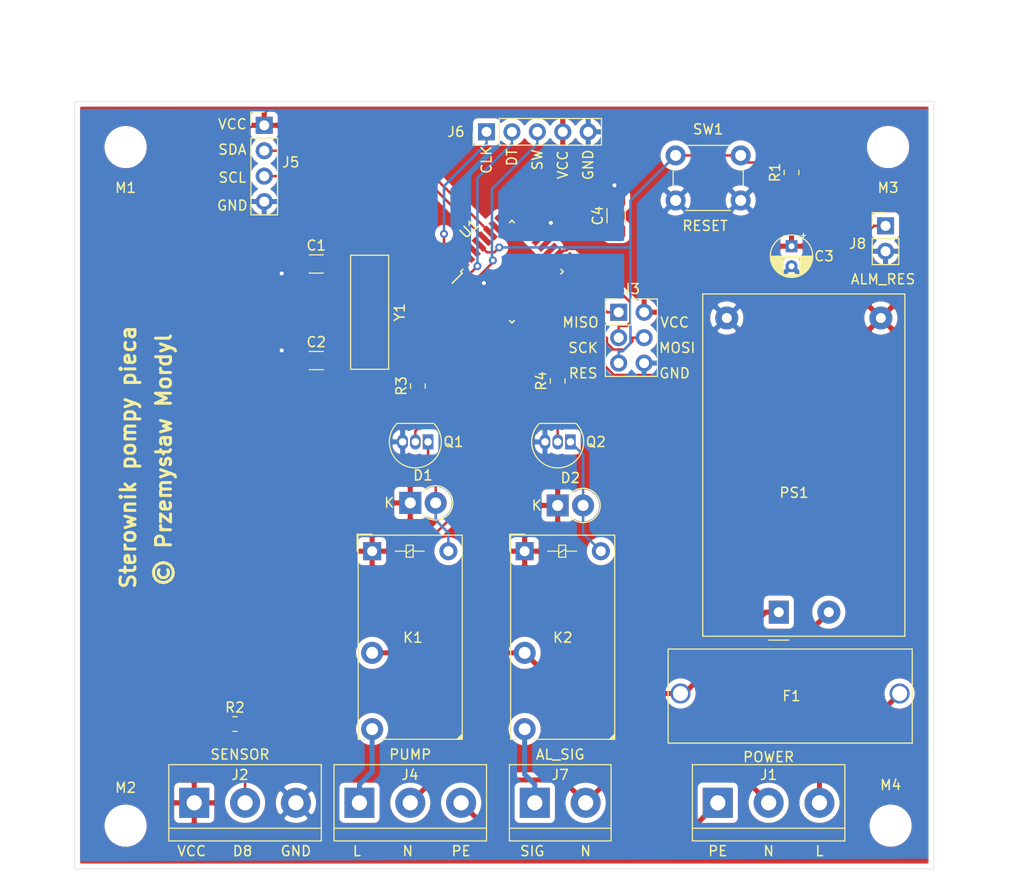
<source format=kicad_pcb>
(kicad_pcb (version 20171130) (host pcbnew "(5.1.9)-1")
  (layers (0 F.Cu signal) (31 B.Cu signal) (34 B.Paste user) (35 F.Paste user) (36 B.SilkS user) (37 F.SilkS user) (38 B.Mask user) (39 F.Mask user) (44 Edge.Cuts user))
  (net 0 "")
  (net 1 D2)
  (net 2 TXD)
  (net 3 RXD)
  (net 4 RESET)
  (net 5 A5)
  (net 6 A4)
  (net 7 A3)
  (net 8 A2)
  (net 9 A1)
  (net 10 A0)
  (net 11 "Net-(U1-Pad22)")
  (net 12 "Net-(U1-Pad19)")
  (net 13 D13\SCK)
  (net 14 D12\MISO)
  (net 15 D11\MOSI)
  (net 16 D10)
  (net 17 D9)
  (net 18 D8)
  (net 19 D7)
  (net 20 D6)
  (net 21 D5)
  (net 22 "Net-(C2-Pad2)")
  (net 23 "Net-(C1-Pad2)")
  (net 24 D4)
  (net 25 D3)
  (net 26 GND)
  (net 27 VCC)
  (net 28 /L)
  (net 29 "Net-(F1-Pad1)")
  (net 30 /N)
  (net 31 /PE)
  (net 32 "Net-(J4-Pad1)")
  (net 33 "Net-(J7-Pad1)")
  (net 34 "Net-(Q1-Pad2)")
  (net 35 "Net-(Q2-Pad2)")
  (net 36 "Net-(D1-Pad2)")
  (net 37 "Net-(D2-Pad2)")
  (net 38 "Net-(C4-Pad1)")
  (module Diode_THT:D_DO-41_SOD81_P2.54mm_Vertical_KathodeUp (layer F.Cu) (at 94.742 123.698)
    (fp_text reference D2 (at 1.27 -2.750635) (layer F.SilkS))
    (fp_text value 1N4007)
    (fp_text user K (at -2.1 0) (layer F.SilkS))
    (pad 2 thru_hole oval (at 2.54 0) (size 2.2 2.2) (drill 1.1) (layers *.Cu *.Mask) (net 37 "Net-(D2-Pad2)"))
    (pad 1 thru_hole rect (at 0 0) (size 2.2 2.2) (drill 1.1) (layers *.Cu *.Mask) (net 27 VCC))
  )
  (module Diode_THT:D_DO-41_SOD81_P2.54mm_Vertical_KathodeUp (layer F.Cu) (at 80.01 123.444)
    (fp_text reference D1 (at 1.27 -2.750635) (layer F.SilkS))
    (fp_text value 1N4007)
    (fp_text user K (at -2.1 0) (layer F.SilkS))
    (pad 2 thru_hole oval (at 2.54 0) (size 2.2 2.2) (drill 1.1) (layers *.Cu *.Mask) (net 36 "Net-(D1-Pad2)"))
    (pad 1 thru_hole rect (at 0 0) (size 2.2 2.2) (drill 1.1) (layers *.Cu *.Mask) (net 27 VCC))
  )
  (module Resistor_SMD:R_0805_2012Metric_Pad1.20x1.40mm_HandSolder (layer F.Cu) (at 94.742 111.252 90)
    (fp_text reference R4 (at 0 -1.65 90) (layer F.SilkS))
    (fp_text value 4,7K)
    (pad 2 smd roundrect (at 1 0 90) (size 1.2 1.4) (layers F.Cu F.Paste F.Mask) (roundrect_rratio 0.2083325) (net 17 D9))
    (pad 1 smd roundrect (at -1 0 90) (size 1.2 1.4) (layers F.Cu F.Paste F.Mask) (roundrect_rratio 0.2083325) (net 35 "Net-(Q2-Pad2)"))
  )
  (module Resistor_SMD:R_0805_2012Metric_Pad1.20x1.40mm_HandSolder (layer F.Cu) (at 80.772 111.76 90)
    (fp_text reference R3 (at 0 -1.65 90) (layer F.SilkS))
    (fp_text value 4,7K)
    (pad 2 smd roundrect (at 1 0 90) (size 1.2 1.4) (layers F.Cu F.Paste F.Mask) (roundrect_rratio 0.2083325) (net 19 D7))
    (pad 1 smd roundrect (at -1 0 90) (size 1.2 1.4) (layers F.Cu F.Paste F.Mask) (roundrect_rratio 0.2083325) (net 34 "Net-(Q1-Pad2)"))
  )
  (module Resistor_SMD:R_0805_2012Metric_Pad1.20x1.40mm_HandSolder (layer F.Cu) (at 62.484 145.542)
    (fp_text reference R2 (at 0 -1.65) (layer F.SilkS))
    (fp_text value 4,7K)
    (pad 2 smd roundrect (at 1 0) (size 1.2 1.4) (layers F.Cu F.Paste F.Mask) (roundrect_rratio 0.2083325) (net 18 D8))
    (pad 1 smd roundrect (at -1 0) (size 1.2 1.4) (layers F.Cu F.Paste F.Mask) (roundrect_rratio 0.2083325) (net 27 VCC))
  )
  (module Resistor_SMD:R_0805_2012Metric_Pad1.20x1.40mm_HandSolder (layer F.Cu) (at 118.11 90.424 90)
    (fp_text reference R1 (at 0 -1.65 90) (layer F.SilkS))
    (fp_text value 10K)
    (pad 2 smd roundrect (at 1 0 90) (size 1.2 1.4) (layers F.Cu F.Paste F.Mask) (roundrect_rratio 0.2083325) (net 4 RESET))
    (pad 1 smd roundrect (at -1 0 90) (size 1.2 1.4) (layers F.Cu F.Paste F.Mask) (roundrect_rratio 0.2083325) (net 27 VCC))
  )
  (module Connector_PinHeader_2.54mm:PinHeader_1x02_P2.54mm_Vertical (layer F.Cu) (at 127.508 95.758)
    (fp_text reference J8 (at -2.794 1.778) (layer F.SilkS))
    (fp_text value "Złącze kasowania alarmu")
    (pad 2 thru_hole oval (at 0 2.54) (size 1.7 1.7) (drill 1) (layers *.Cu *.Mask) (net 26 GND))
    (pad 1 thru_hole rect (at 0 0) (size 1.7 1.7) (drill 1) (layers *.Cu *.Mask) (net 16 D10))
  )
  (module Capacitor_SMD:C_1206_3216Metric_Pad1.33x1.80mm_HandSolder (layer F.Cu) (at 100.584 94.742 90)
    (fp_text reference C4 (at 0 -1.85 90) (layer F.SilkS))
    (fp_text value 100nF)
    (pad 2 smd roundrect (at 1.5625 0 90) (size 1.325 1.8) (layers F.Cu F.Paste F.Mask) (roundrect_rratio 0.1886784905660377) (net 26 GND))
    (pad 1 smd roundrect (at -1.5625 0 90) (size 1.325 1.8) (layers F.Cu F.Paste F.Mask) (roundrect_rratio 0.1886784905660377) (net 38 "Net-(C4-Pad1)"))
  )
  (module Capacitor_SMD:C_1206_3216Metric_Pad1.33x1.80mm_HandSolder (layer F.Cu) (at 70.612 109.22)
    (fp_text reference C2 (at 0 -1.85) (layer F.SilkS))
    (fp_text value C)
    (pad 2 smd roundrect (at 1.5625 0) (size 1.325 1.8) (layers F.Cu F.Paste F.Mask) (roundrect_rratio 0.1886784905660377) (net 22 "Net-(C2-Pad2)"))
    (pad 1 smd roundrect (at -1.5625 0) (size 1.325 1.8) (layers F.Cu F.Paste F.Mask) (roundrect_rratio 0.1886784905660377) (net 26 GND))
  )
  (module Capacitor_SMD:C_1206_3216Metric_Pad1.33x1.80mm_HandSolder (layer F.Cu) (at 70.612 99.568)
    (fp_text reference C1 (at 0 -1.85) (layer F.SilkS))
    (fp_text value C)
    (pad 2 smd roundrect (at 1.5625 0) (size 1.325 1.8) (layers F.Cu F.Paste F.Mask) (roundrect_rratio 0.1886784905660377) (net 23 "Net-(C1-Pad2)"))
    (pad 1 smd roundrect (at -1.5625 0) (size 1.325 1.8) (layers F.Cu F.Paste F.Mask) (roundrect_rratio 0.1886784905660377) (net 26 GND))
  )
  (module Footy:Crystal_16MHz_SMD (layer F.Cu) (at 75.946 104.394 270)
    (fp_text reference Y1 (at 0 -3 90) (layer F.SilkS))
    (fp_text value Crystal)
    (pad 2 smd rect (at 4.75 0 270) (size 5.5 2) (layers F.Cu F.Paste F.Mask) (net 22 "Net-(C2-Pad2)"))
    (pad 1 smd rect (at -4.75 0 270) (size 5.5 2) (layers F.Cu F.Paste F.Mask) (net 23 "Net-(C1-Pad2)"))
  )
  (module MountingHole:MountingHole_3.2mm_M3_DIN965 (layer F.Cu) (at 128.016 155.702)
    (fp_text reference M4 (at 0 -4.064) (layer F.SilkS))
    (fp_text value MountingHole_3.2mm_M3_DIN965 hide)
    (pad 1 np_thru_hole circle (at 0 0) (size 3.2 3.2) (drill 3.2) (layers *.Cu *.Mask))
  )
  (module MountingHole:MountingHole_3.2mm_M3_DIN965 (layer F.Cu) (at 127.762 87.884 180)
    (fp_text reference M3 (at 0 -4.064) (layer F.SilkS))
    (fp_text value MountingHole_3.2mm_M3_DIN965 hide)
    (pad 1 np_thru_hole circle (at 0 0 180) (size 3.2 3.2) (drill 3.2) (layers *.Cu *.Mask))
  )
  (module MountingHole:MountingHole_3.2mm_M3_DIN965 (layer F.Cu) (at 51.562 87.884 180)
    (fp_text reference M1 (at 0 -4.064) (layer F.SilkS))
    (fp_text value MountingHole_3.2mm_M3_DIN965)
    (pad 1 np_thru_hole circle (at 0 0 180) (size 3.2 3.2) (drill 3.2) (layers *.Cu *.Mask))
  )
  (module MountingHole:MountingHole_3.2mm_M3_DIN965 (layer F.Cu) (at 51.562 155.702)
    (fp_text reference M2 (at 0 -3.8) (layer F.SilkS))
    (fp_text value MountingHole_3.2mm_M3_DIN965)
    (pad 1 np_thru_hole circle (at 0 0) (size 3.2 3.2) (drill 3.2) (layers *.Cu *.Mask))
  )
  (module Package_QFP:TQFP-32_7x7mm_P0.8mm (layer F.Cu) (at 90.17 100.33 45)
    (fp_text reference U1 (at 0 -6.05 45) (layer F.SilkS))
    (fp_text value ATmega328P-AU)
    (pad 32 smd rect (at -2.8 -4.25 135) (size 1.6 0.55) (layers F.Cu F.Paste F.Mask) (net 1 D2))
    (pad 31 smd rect (at -2 -4.25 135) (size 1.6 0.55) (layers F.Cu F.Paste F.Mask) (net 2 TXD))
    (pad 30 smd rect (at -1.2 -4.25 135) (size 1.6 0.55) (layers F.Cu F.Paste F.Mask) (net 3 RXD))
    (pad 29 smd rect (at -0.4 -4.25 135) (size 1.6 0.55) (layers F.Cu F.Paste F.Mask) (net 4 RESET))
    (pad 28 smd rect (at 0.4 -4.25 135) (size 1.6 0.55) (layers F.Cu F.Paste F.Mask) (net 5 A5))
    (pad 27 smd rect (at 1.2 -4.25 135) (size 1.6 0.55) (layers F.Cu F.Paste F.Mask) (net 6 A4))
    (pad 26 smd rect (at 2 -4.25 135) (size 1.6 0.55) (layers F.Cu F.Paste F.Mask) (net 7 A3))
    (pad 25 smd rect (at 2.8 -4.25 135) (size 1.6 0.55) (layers F.Cu F.Paste F.Mask) (net 8 A2))
    (pad 24 smd rect (at 4.25 -2.8 45) (size 1.6 0.55) (layers F.Cu F.Paste F.Mask) (net 9 A1))
    (pad 23 smd rect (at 4.25 -2 45) (size 1.6 0.55) (layers F.Cu F.Paste F.Mask) (net 10 A0))
    (pad 22 smd rect (at 4.25 -1.2 45) (size 1.6 0.55) (layers F.Cu F.Paste F.Mask) (net 11 "Net-(U1-Pad22)"))
    (pad 21 smd rect (at 4.25 -0.4 45) (size 1.6 0.55) (layers F.Cu F.Paste F.Mask) (net 26 GND))
    (pad 20 smd rect (at 4.25 0.4 45) (size 1.6 0.55) (layers F.Cu F.Paste F.Mask) (net 38 "Net-(C4-Pad1)"))
    (pad 19 smd rect (at 4.25 1.2 45) (size 1.6 0.55) (layers F.Cu F.Paste F.Mask) (net 12 "Net-(U1-Pad19)"))
    (pad 18 smd rect (at 4.25 2 45) (size 1.6 0.55) (layers F.Cu F.Paste F.Mask) (net 27 VCC))
    (pad 17 smd rect (at 4.25 2.8 45) (size 1.6 0.55) (layers F.Cu F.Paste F.Mask) (net 13 D13\SCK))
    (pad 16 smd rect (at 2.8 4.25 135) (size 1.6 0.55) (layers F.Cu F.Paste F.Mask) (net 14 D12\MISO))
    (pad 15 smd rect (at 2 4.25 135) (size 1.6 0.55) (layers F.Cu F.Paste F.Mask) (net 15 D11\MOSI))
    (pad 14 smd rect (at 1.2 4.25 135) (size 1.6 0.55) (layers F.Cu F.Paste F.Mask) (net 16 D10))
    (pad 13 smd rect (at 0.4 4.25 135) (size 1.6 0.55) (layers F.Cu F.Paste F.Mask) (net 17 D9))
    (pad 12 smd rect (at -0.4 4.25 135) (size 1.6 0.55) (layers F.Cu F.Paste F.Mask) (net 18 D8))
    (pad 11 smd rect (at -1.2 4.25 135) (size 1.6 0.55) (layers F.Cu F.Paste F.Mask) (net 19 D7))
    (pad 10 smd rect (at -2 4.25 135) (size 1.6 0.55) (layers F.Cu F.Paste F.Mask) (net 20 D6))
    (pad 9 smd rect (at -2.8 4.25 135) (size 1.6 0.55) (layers F.Cu F.Paste F.Mask) (net 21 D5))
    (pad 8 smd rect (at -4.25 2.8 45) (size 1.6 0.55) (layers F.Cu F.Paste F.Mask) (net 22 "Net-(C2-Pad2)"))
    (pad 7 smd rect (at -4.25 2 45) (size 1.6 0.55) (layers F.Cu F.Paste F.Mask) (net 23 "Net-(C1-Pad2)"))
    (pad 6 smd rect (at -4.25 1.2 45) (size 1.6 0.55) (layers F.Cu F.Paste F.Mask) (net 27 VCC))
    (pad 5 smd rect (at -4.25 0.4 45) (size 1.6 0.55) (layers F.Cu F.Paste F.Mask) (net 26 GND))
    (pad 4 smd rect (at -4.25 -0.4 45) (size 1.6 0.55) (layers F.Cu F.Paste F.Mask) (net 27 VCC))
    (pad 3 smd rect (at -4.25 -1.2 45) (size 1.6 0.55) (layers F.Cu F.Paste F.Mask) (net 26 GND))
    (pad 2 smd rect (at -4.25 -2 45) (size 1.6 0.55) (layers F.Cu F.Paste F.Mask) (net 24 D4))
    (pad 1 smd rect (at -4.25 -2.8 45) (size 1.6 0.55) (layers F.Cu F.Paste F.Mask) (net 25 D3))
  )
  (module Button_Switch_THT:SW_PUSH_6mm (layer F.Cu) (at 113.03 93.218 180)
    (fp_text reference SW1 (at 3.25 7.112) (layer F.SilkS))
    (fp_text value SW_Push hide)
    (pad 1 thru_hole circle (at 6.5 0 270) (size 2 2) (drill 1.1) (layers *.Cu *.Mask) (net 26 GND))
    (pad 2 thru_hole circle (at 6.5 4.5 270) (size 2 2) (drill 1.1) (layers *.Cu *.Mask) (net 4 RESET))
    (pad 1 thru_hole circle (at 0 0 270) (size 2 2) (drill 1.1) (layers *.Cu *.Mask) (net 26 GND))
    (pad 2 thru_hole circle (at 0 4.5 270) (size 2 2) (drill 1.1) (layers *.Cu *.Mask) (net 4 RESET))
  )
  (module Package_TO_SOT_THT:TO-92_Inline (layer F.Cu) (at 96.012 117.348 180)
    (fp_text reference Q2 (at -2.54 0) (layer F.SilkS))
    (fp_text value BC182)
    (pad 1 thru_hole rect (at 0 0 180) (size 1.05 1.5) (drill 0.75) (layers *.Cu *.Mask) (net 37 "Net-(D2-Pad2)"))
    (pad 3 thru_hole oval (at 2.54 0 180) (size 1.05 1.5) (drill 0.75) (layers *.Cu *.Mask) (net 26 GND))
    (pad 2 thru_hole oval (at 1.27 0 180) (size 1.05 1.5) (drill 0.75) (layers *.Cu *.Mask) (net 35 "Net-(Q2-Pad2)"))
  )
  (module Package_TO_SOT_THT:TO-92_Inline (layer F.Cu) (at 81.788 117.348 180)
    (fp_text reference Q1 (at -2.54 0 180) (layer F.SilkS))
    (fp_text value BC182)
    (pad 1 thru_hole rect (at 0 0 180) (size 1.05 1.5) (drill 0.75) (layers *.Cu *.Mask) (net 36 "Net-(D1-Pad2)"))
    (pad 3 thru_hole oval (at 2.54 0 180) (size 1.05 1.5) (drill 0.75) (layers *.Cu *.Mask) (net 26 GND))
    (pad 2 thru_hole oval (at 1.27 0 180) (size 1.05 1.5) (drill 0.75) (layers *.Cu *.Mask) (net 34 "Net-(Q1-Pad2)"))
  )
  (module Converter_ACDC:Converter_ACDC_HiLink_HLK-PMxx (layer F.Cu) (at 116.84 134.366 90)
    (fp_text reference PS1 (at 11.938 1.524 180) (layer F.SilkS))
    (fp_text value HLK-PM01)
    (pad 4 thru_hole circle (at 29.4 10.2 90) (size 2.3 2.3) (drill 1) (layers *.Cu *.Mask) (net 27 VCC))
    (pad 2 thru_hole circle (at 0 5 90) (size 2.3 2.3) (drill 1) (layers *.Cu *.Mask) (net 30 /N))
    (pad 1 thru_hole rect (at 0 0 90) (size 2.3 2) (drill 1) (layers *.Cu *.Mask) (net 29 "Net-(F1-Pad1)"))
    (pad 3 thru_hole circle (at 29.4 -5.2 90) (size 2.3 2.3) (drill 1) (layers *.Cu *.Mask) (net 26 GND))
  )
  (module Relay_THT:Relay_SPST_Finder_32.21-x300 (layer F.Cu) (at 91.44 128.27 270)
    (fp_text reference K2 (at 8.636 -3.81) (layer F.SilkS))
    (fp_text value "Załączenie sygnalizatora alarmu")
    (pad 14 thru_hole circle (at 17.78 0) (size 2.2 2.2) (drill 1.2) (layers *.Cu *.Mask) (net 33 "Net-(J7-Pad1)"))
    (pad 11 thru_hole circle (at 10.16 0) (size 2.2 2.2) (drill 1.2) (layers *.Cu *.Mask) (net 29 "Net-(F1-Pad1)"))
    (pad A2 thru_hole circle (at 0 -7.62) (size 1.8 1.8) (drill 1) (layers *.Cu *.Mask) (net 37 "Net-(D2-Pad2)"))
    (pad A1 thru_hole rect (at 0 0) (size 1.8 1.8) (drill 1) (layers *.Cu *.Mask) (net 27 VCC))
  )
  (module Relay_THT:Relay_SPST_Finder_32.21-x300 (layer F.Cu) (at 76.2 128.27 270)
    (fp_text reference K1 (at 8.636 -4.064) (layer F.SilkS))
    (fp_text value "Załączenie pompy")
    (pad 14 thru_hole circle (at 17.78 0) (size 2.2 2.2) (drill 1.2) (layers *.Cu *.Mask) (net 32 "Net-(J4-Pad1)"))
    (pad 11 thru_hole circle (at 10.16 0) (size 2.2 2.2) (drill 1.2) (layers *.Cu *.Mask) (net 29 "Net-(F1-Pad1)"))
    (pad A2 thru_hole circle (at 0 -7.62) (size 1.8 1.8) (drill 1) (layers *.Cu *.Mask) (net 36 "Net-(D1-Pad2)"))
    (pad A1 thru_hole rect (at 0 0) (size 1.8 1.8) (drill 1) (layers *.Cu *.Mask) (net 27 VCC))
  )
  (module TerminalBlock:TerminalBlock_bornier-2_P5.08mm (layer F.Cu) (at 92.456 153.416)
    (fp_text reference J7 (at 2.54 -2.794) (layer F.SilkS))
    (fp_text value "Złącze brzęczyka")
    (pad 2 thru_hole circle (at 5.08 0) (size 3 3) (drill 1.52) (layers *.Cu *.Mask) (net 30 /N))
    (pad 1 thru_hole rect (at 0 0) (size 3 3) (drill 1.52) (layers *.Cu *.Mask) (net 33 "Net-(J7-Pad1)"))
  )
  (module Connector_PinHeader_2.54mm:PinHeader_1x05_P2.54mm_Vertical (layer F.Cu) (at 87.63 86.36 90)
    (fp_text reference J6 (at 0 -3.048 180) (layer F.SilkS))
    (fp_text value "Enkoder obrotowy")
    (pad 5 thru_hole oval (at 0 10.16 90) (size 1.7 1.7) (drill 1) (layers *.Cu *.Mask) (net 26 GND))
    (pad 4 thru_hole oval (at 0 7.62 90) (size 1.7 1.7) (drill 1) (layers *.Cu *.Mask) (net 27 VCC))
    (pad 3 thru_hole oval (at 0 5.08 90) (size 1.7 1.7) (drill 1) (layers *.Cu *.Mask) (net 24 D4))
    (pad 2 thru_hole oval (at 0 2.54 90) (size 1.7 1.7) (drill 1) (layers *.Cu *.Mask) (net 25 D3))
    (pad 1 thru_hole rect (at 0 0 90) (size 1.7 1.7) (drill 1) (layers *.Cu *.Mask) (net 1 D2))
  )
  (module Connector_PinHeader_2.54mm:PinHeader_1x04_P2.54mm_Vertical (layer F.Cu) (at 65.415 85.71)
    (fp_text reference J5 (at 2.657 3.698) (layer F.SilkS))
    (fp_text value "Wyświetlacz LCD")
    (pad 4 thru_hole oval (at 0 7.62) (size 1.7 1.7) (drill 1) (layers *.Cu *.Mask) (net 26 GND))
    (pad 3 thru_hole oval (at 0 5.08) (size 1.7 1.7) (drill 1) (layers *.Cu *.Mask) (net 5 A5))
    (pad 2 thru_hole oval (at 0 2.54) (size 1.7 1.7) (drill 1) (layers *.Cu *.Mask) (net 6 A4))
    (pad 1 thru_hole rect (at 0 0) (size 1.7 1.7) (drill 1) (layers *.Cu *.Mask) (net 27 VCC))
  )
  (module TerminalBlock:TerminalBlock_bornier-3_P5.08mm (layer F.Cu) (at 74.93 153.416)
    (fp_text reference J4 (at 5.05 -2.794) (layer F.SilkS))
    (fp_text value "Złącze pompy")
    (pad 3 thru_hole circle (at 10.16 0) (size 3 3) (drill 1.52) (layers *.Cu *.Mask) (net 31 /PE))
    (pad 2 thru_hole circle (at 5.08 0) (size 3 3) (drill 1.52) (layers *.Cu *.Mask) (net 30 /N))
    (pad 1 thru_hole rect (at 0 0) (size 3 3) (drill 1.52) (layers *.Cu *.Mask) (net 32 "Net-(J4-Pad1)"))
  )
  (module Connector_PinHeader_2.54mm:PinHeader_2x03_P2.54mm_Vertical (layer F.Cu) (at 100.838 104.394)
    (fp_text reference J3 (at 1.27 -2.33) (layer F.SilkS))
    (fp_text value Conn_02x03_Odd_Even hide)
    (pad 6 thru_hole oval (at 2.54 5.08) (size 1.7 1.7) (drill 1) (layers *.Cu *.Mask) (net 26 GND))
    (pad 5 thru_hole oval (at 0 5.08) (size 1.7 1.7) (drill 1) (layers *.Cu *.Mask) (net 4 RESET))
    (pad 4 thru_hole oval (at 2.54 2.54) (size 1.7 1.7) (drill 1) (layers *.Cu *.Mask) (net 15 D11\MOSI))
    (pad 3 thru_hole oval (at 0 2.54) (size 1.7 1.7) (drill 1) (layers *.Cu *.Mask) (net 13 D13\SCK))
    (pad 2 thru_hole oval (at 2.54 0) (size 1.7 1.7) (drill 1) (layers *.Cu *.Mask) (net 27 VCC))
    (pad 1 thru_hole rect (at 0 0) (size 1.7 1.7) (drill 1) (layers *.Cu *.Mask) (net 14 D12\MISO))
  )
  (module TerminalBlock:TerminalBlock_bornier-3_P5.08mm (layer F.Cu) (at 58.42 153.416)
    (fp_text reference J2 (at 4.572 -2.794) (layer F.SilkS))
    (fp_text value "Złącze DS18B20")
    (pad 3 thru_hole circle (at 10.16 0) (size 3 3) (drill 1.52) (layers *.Cu *.Mask) (net 26 GND))
    (pad 2 thru_hole circle (at 5.08 0) (size 3 3) (drill 1.52) (layers *.Cu *.Mask) (net 18 D8))
    (pad 1 thru_hole rect (at 0 0) (size 3 3) (drill 1.52) (layers *.Cu *.Mask) (net 27 VCC))
  )
  (module TerminalBlock:TerminalBlock_bornier-3_P5.08mm (layer F.Cu) (at 110.744 153.416)
    (fp_text reference J1 (at 5.08 -2.794) (layer F.SilkS))
    (fp_text value "Zasilanie 230VAC")
    (pad 3 thru_hole circle (at 10.16 0) (size 3 3) (drill 1.52) (layers *.Cu *.Mask) (net 28 /L))
    (pad 2 thru_hole circle (at 5.08 0) (size 3 3) (drill 1.52) (layers *.Cu *.Mask) (net 30 /N))
    (pad 1 thru_hole rect (at 0 0) (size 3 3) (drill 1.52) (layers *.Cu *.Mask) (net 31 /PE))
  )
  (module "Footy:FuseHolder PTF-78" (layer F.Cu) (at 105.41 137.414)
    (fp_text reference F1 (at 12.7 5.334) (layer F.SilkS))
    (fp_text value 1A)
    (pad 2 thru_hole circle (at 23.505 5.08) (size 2 2) (drill 1.5) (layers *.Cu *.Mask) (net 28 /L))
    (pad 1 thru_hole circle (at 1.605 5.08) (size 2 2) (drill 1.5) (layers *.Cu *.Mask) (net 29 "Net-(F1-Pad1)"))
  )
  (module Capacitor_THT:CP_Radial_D4.0mm_P2.00mm (layer F.Cu) (at 118.11 97.79 270)
    (fp_text reference C3 (at 1 -3.25 180) (layer F.SilkS))
    (fp_text value 220uF)
    (pad 2 thru_hole circle (at 2 0 270) (size 1.2 1.2) (drill 0.6) (layers *.Cu *.Mask) (net 26 GND))
    (pad 1 thru_hole rect (at 0 0 270) (size 1.2 1.2) (drill 0.6) (layers *.Cu *.Mask) (net 27 VCC))
  )
  (gr_text "© Przemysław Mordyl" (at 55.372 119.126 90) (layer F.SilkS) (effects (font (size 1.5 1.5) (thickness 0.3))))
  (gr_text "Sterownik pompy pieca" (at 51.816 118.872 90) (layer F.SilkS) (effects (font (size 1.5 1.5) (thickness 0.3))))
  (gr_text ALM_RES (at 127.254 101.092) (layer F.SilkS) (effects (font (size 1 1))))
  (gr_text GND (at 68.58 158.242) (layer F.SilkS) (effects (font (size 1 1))))
  (gr_text D8 (at 63.246 158.242) (layer F.SilkS) (effects (font (size 1 1))))
  (gr_text VCC (at 58.166 158.242) (layer F.SilkS) (effects (font (size 1 1))))
  (gr_text PE (at 85.09 158.242) (layer F.SilkS) (effects (font (size 1 1))))
  (gr_text N (at 79.756 158.242) (layer F.SilkS) (effects (font (size 1 1))))
  (gr_text L (at 74.676 158.242) (layer F.SilkS) (effects (font (size 1 1))))
  (gr_text SIG (at 92.202 158.242) (layer F.SilkS) (effects (font (size 1 1))))
  (gr_text N (at 97.536 158.242) (layer F.SilkS) (effects (font (size 1 1))))
  (gr_text PE (at 110.744 158.242) (layer F.SilkS) (effects (font (size 1 1))))
  (gr_text N (at 115.824 158.242) (layer F.SilkS) (effects (font (size 1 1))))
  (gr_text L (at 120.904 158.242) (layer F.SilkS) (effects (font (size 1 1))))
  (gr_line (start 50.8 83.312) (end 46.482 83.312) (layer Edge.Cuts) (width 0.05))
  (gr_line (start 46.482 160.02) (end 46.482 159.766) (layer Edge.Cuts) (width 0.05))
  (gr_line (start 50.8 160.02) (end 46.482 160.02) (layer Edge.Cuts) (width 0.05))
  (gr_line (start 55.118 160.02) (end 50.8 160.02) (layer Edge.Cuts) (width 0.05))
  (gr_line (start 55.118 83.312) (end 50.8 83.312) (layer Edge.Cuts) (width 0.05))
  (gr_text RESET (at 109.474 95.758) (layer F.SilkS) (effects (font (size 1 1))))
  (gr_text POWER (at 115.824 148.844) (layer F.SilkS) (effects (font (size 1 1))))
  (gr_text AL_SIG (at 94.996 148.59) (layer F.SilkS) (effects (font (size 1 1))))
  (gr_text PUMP (at 80.01 148.59) (layer F.SilkS) (effects (font (size 1 1))))
  (gr_text SENSOR (at 62.992 148.59) (layer F.SilkS) (effects (font (size 1 1))))
  (gr_text RES (at 97.282 110.49) (layer F.SilkS) (effects (font (size 1 1))))
  (gr_text MISO (at 97.028 105.41) (layer F.SilkS) (effects (font (size 1 1))))
  (gr_text SCK (at 97.282 107.95) (layer F.SilkS) (effects (font (size 1 1))))
  (gr_text MOSI (at 106.68 107.95) (layer F.SilkS) (effects (font (size 1 1))))
  (gr_text GND (at 106.426 110.49) (layer F.SilkS) (effects (font (size 1 1))))
  (gr_text VCC (at 106.426 105.41) (layer F.SilkS) (effects (font (size 1 1))))
  (gr_text SW (at 92.71 89.154 90) (layer F.SilkS) (effects (font (size 1 1))))
  (gr_text DT (at 90.17 88.9 90) (layer F.SilkS) (effects (font (size 1 1))))
  (gr_text CLK (at 87.63 89.154 90) (layer F.SilkS) (effects (font (size 1 1))))
  (gr_text VCC (at 95.25 89.662 90) (layer F.SilkS) (effects (font (size 1 1))))
  (gr_text GND (at 97.79 89.662 90) (layer F.SilkS) (effects (font (size 1 1))))
  (gr_text GND (at 62.23 93.726) (layer F.SilkS) (effects (font (size 1 1))))
  (gr_text SCL (at 62.23 90.932) (layer F.SilkS) (effects (font (size 1 1))))
  (gr_text SDA (at 62.23 88.138) (layer F.SilkS) (effects (font (size 1 1))))
  (gr_text VCC (at 62.23 85.598) (layer F.SilkS) (effects (font (size 1 1))))
  (gr_line (start 46.482 83.312) (end 46.482 159.766) (layer Edge.Cuts) (width 0.05))
  (gr_line (start 132.334 83.312) (end 55.118 83.312) (layer Edge.Cuts) (width 0.05))
  (gr_line (start 132.334 160.02) (end 132.334 83.312) (layer Edge.Cuts) (width 0.05))
  (gr_line (start 55.118 160.02) (end 132.334 160.02) (layer Edge.Cuts) (width 0.05))
  (segment (start 87.63 86.36) (end 87.63 87.5353) (width 0.25) (layer B.Cu) (net 1))
  (segment (start 83.3835 96.5597) (end 83.3835 97.5033) (width 0.25) (layer F.Cu) (net 1))
  (segment (start 83.3835 97.5033) (end 85.1849 99.3047) (width 0.25) (layer F.Cu) (net 1))
  (segment (start 87.63 87.5353) (end 83.3835 91.7818) (width 0.25) (layer B.Cu) (net 1))
  (segment (start 83.3835 91.7818) (end 83.3835 96.5597) (width 0.25) (layer B.Cu) (net 1))
  (via (at 83.3835 96.5597) (size 0.8) (layers F.Cu B.Cu) (net 1))
  (segment (start 102.0133 97.9126) (end 102.0133 93.2347) (width 0.25) (layer B.Cu) (net 4))
  (segment (start 102.0133 93.2347) (end 106.53 88.718) (width 0.25) (layer B.Cu) (net 4))
  (segment (start 100.838 108.2987) (end 101.2054 108.2987) (width 0.25) (layer B.Cu) (net 4))
  (segment (start 101.2054 108.2987) (end 102.0133 107.4908) (width 0.25) (layer B.Cu) (net 4))
  (segment (start 102.0133 107.4908) (end 102.0133 97.9126) (width 0.25) (layer B.Cu) (net 4))
  (segment (start 102.0133 97.9126) (end 88.899 97.9126) (width 0.25) (layer B.Cu) (net 4))
  (segment (start 86.882 97.6076) (end 87.6777 98.4033) (width 0.25) (layer F.Cu) (net 4))
  (segment (start 88.899 97.9126) (end 88.4083 98.4033) (width 0.25) (layer F.Cu) (net 4))
  (segment (start 88.4083 98.4033) (end 87.6777 98.4033) (width 0.25) (layer F.Cu) (net 4))
  (segment (start 106.53 88.718) (end 113.03 88.718) (width 0.25) (layer F.Cu) (net 4))
  (segment (start 113.03 88.718) (end 113.736 89.424) (width 0.25) (layer F.Cu) (net 4))
  (segment (start 113.736 89.424) (end 118.11 89.424) (width 0.25) (layer F.Cu) (net 4))
  (segment (start 100.838 109.474) (end 100.838 108.2987) (width 0.25) (layer B.Cu) (net 4))
  (via (at 88.899 97.9126) (size 0.8) (layers F.Cu B.Cu) (net 4))
  (segment (start 65.415 90.79) (end 81.1956 90.79) (width 0.25) (layer F.Cu) (net 5))
  (segment (start 81.1956 90.79) (end 87.4476 97.042) (width 0.25) (layer F.Cu) (net 5))
  (segment (start 65.415 88.25) (end 79.787 88.25) (width 0.25) (layer F.Cu) (net 6))
  (segment (start 79.787 88.25) (end 88.0133 96.4763) (width 0.25) (layer F.Cu) (net 6))
  (segment (start 95.1551 99.3047) (end 95.9508 98.509) (width 0.25) (layer F.Cu) (net 13))
  (segment (start 100.838 106.934) (end 100.838 105.7587) (width 0.25) (layer F.Cu) (net 13))
  (segment (start 100.838 105.7587) (end 101.646 105.7587) (width 0.25) (layer F.Cu) (net 13))
  (segment (start 101.646 105.7587) (end 102.0134 105.3913) (width 0.25) (layer F.Cu) (net 13))
  (segment (start 102.0134 105.3913) (end 102.0134 103.4082) (width 0.25) (layer F.Cu) (net 13))
  (segment (start 102.0134 103.4082) (end 97.9099 99.3047) (width 0.25) (layer F.Cu) (net 13))
  (segment (start 97.9099 99.3047) (end 96.7464 99.3047) (width 0.25) (layer F.Cu) (net 13))
  (segment (start 96.7464 99.3047) (end 95.9508 98.509) (width 0.25) (layer F.Cu) (net 13))
  (segment (start 95.1551 101.3553) (end 95.9508 102.1509) (width 0.25) (layer F.Cu) (net 14))
  (segment (start 100.838 104.394) (end 99.6627 104.394) (width 0.25) (layer F.Cu) (net 14))
  (segment (start 99.6627 104.394) (end 97.4196 102.1509) (width 0.25) (layer F.Cu) (net 14))
  (segment (start 97.4196 102.1509) (end 95.9508 102.1509) (width 0.25) (layer F.Cu) (net 14))
  (segment (start 103.378 106.934) (end 102.2027 106.934) (width 0.25) (layer F.Cu) (net 15))
  (segment (start 102.2027 106.934) (end 102.2027 107.3013) (width 0.25) (layer F.Cu) (net 15))
  (segment (start 102.2027 107.3013) (end 101.3897 108.1143) (width 0.25) (layer F.Cu) (net 15))
  (segment (start 101.3897 108.1143) (end 100.3051 108.1143) (width 0.25) (layer F.Cu) (net 15))
  (segment (start 100.3051 108.1143) (end 99.6626 107.4718) (width 0.25) (layer F.Cu) (net 15))
  (segment (start 99.6626 107.4718) (end 99.6626 106.9942) (width 0.25) (layer F.Cu) (net 15))
  (segment (start 99.6626 106.9942) (end 94.5894 101.921) (width 0.25) (layer F.Cu) (net 15))
  (segment (start 127.508 95.758) (end 126.3327 95.758) (width 0.25) (layer F.Cu) (net 16))
  (segment (start 94.0237 102.4867) (end 98.4496 106.9126) (width 0.25) (layer F.Cu) (net 16))
  (segment (start 98.4496 106.9126) (end 98.4496 108.7505) (width 0.25) (layer F.Cu) (net 16))
  (segment (start 98.4496 108.7505) (end 100.3584 110.6593) (width 0.25) (layer F.Cu) (net 16))
  (segment (start 100.3584 110.6593) (end 111.4314 110.6593) (width 0.25) (layer F.Cu) (net 16))
  (segment (start 111.4314 110.6593) (end 126.3327 95.758) (width 0.25) (layer F.Cu) (net 16))
  (segment (start 93.458 103.0524) (end 94.742 104.3364) (width 0.25) (layer F.Cu) (net 17))
  (segment (start 94.742 104.3364) (end 94.742 110.252) (width 0.25) (layer F.Cu) (net 17))
  (segment (start 63.484 145.542) (end 93.6881 115.3379) (width 0.25) (layer F.Cu) (net 18))
  (segment (start 93.6881 115.3379) (end 93.6881 104.4137) (width 0.25) (layer F.Cu) (net 18))
  (segment (start 92.8924 103.618) (end 93.6881 104.4137) (width 0.25) (layer F.Cu) (net 18))
  (segment (start 63.5 153.416) (end 63.5 145.558) (width 0.25) (layer F.Cu) (net 18))
  (segment (start 63.5 145.558) (end 63.484 145.542) (width 0.25) (layer F.Cu) (net 18))
  (segment (start 92.3267 104.1837) (end 93.1224 104.9794) (width 0.25) (layer F.Cu) (net 19))
  (segment (start 93.1224 104.9794) (end 93.1224 104.9795) (width 0.25) (layer F.Cu) (net 19))
  (segment (start 93.1224 104.9795) (end 87.3419 110.76) (width 0.25) (layer F.Cu) (net 19))
  (segment (start 87.3419 110.76) (end 80.772 110.76) (width 0.25) (layer F.Cu) (net 19))
  (segment (start 75.946 109.144) (end 72.2505 109.144) (width 0.25) (layer F.Cu) (net 22))
  (segment (start 72.2505 109.144) (end 72.1745 109.22) (width 0.25) (layer F.Cu) (net 22))
  (segment (start 89.1447 105.3151) (end 85.3158 109.144) (width 0.25) (layer F.Cu) (net 22))
  (segment (start 85.3158 109.144) (end 75.946 109.144) (width 0.25) (layer F.Cu) (net 22))
  (segment (start 75.946 99.644) (end 72.2505 99.644) (width 0.25) (layer F.Cu) (net 23))
  (segment (start 72.2505 99.644) (end 72.1745 99.568) (width 0.25) (layer F.Cu) (net 23))
  (segment (start 87.122 106.172) (end 81.2208 100.2708) (width 0.25) (layer F.Cu) (net 23))
  (segment (start 88.579 104.7494) (end 87.7832 105.5452) (width 0.25) (layer F.Cu) (net 23))
  (segment (start 87.7488 105.5452) (end 87.122 106.172) (width 0.25) (layer F.Cu) (net 23))
  (segment (start 87.7832 105.5452) (end 87.7488 105.5452) (width 0.25) (layer F.Cu) (net 23))
  (segment (start 76.5728 100.2708) (end 75.946 99.644) (width 0.25) (layer F.Cu) (net 23))
  (segment (start 81.2208 100.2708) (end 76.5728 100.2708) (width 0.25) (layer F.Cu) (net 23))
  (segment (start 92.71 87.5353) (end 88.1737 92.0716) (width 0.25) (layer B.Cu) (net 24))
  (segment (start 88.1737 92.0716) (end 88.1737 99.1234) (width 0.25) (layer B.Cu) (net 24))
  (segment (start 88.1737 99.1234) (end 88.2644 99.2141) (width 0.25) (layer B.Cu) (net 24))
  (segment (start 92.71 86.36) (end 92.71 87.5353) (width 0.25) (layer B.Cu) (net 24))
  (segment (start 88.2644 99.2141) (end 88.2644 99.4072) (width 0.25) (layer F.Cu) (net 24))
  (segment (start 88.2644 99.4072) (end 85.7506 101.921) (width 0.25) (layer F.Cu) (net 24))
  (via (at 88.2644 99.2141) (size 0.8) (layers F.Cu B.Cu) (net 24))
  (segment (start 90.17 86.36) (end 90.17 87.5353) (width 0.25) (layer B.Cu) (net 25))
  (segment (start 90.17 87.5353) (end 86.7202 90.9851) (width 0.25) (layer B.Cu) (net 25))
  (segment (start 86.7202 90.9851) (end 86.7202 99.7828) (width 0.25) (layer B.Cu) (net 25))
  (segment (start 85.1849 101.3553) (end 85.9806 100.5596) (width 0.25) (layer F.Cu) (net 25))
  (segment (start 86.7202 99.7828) (end 85.9805 100.5225) (width 0.25) (layer F.Cu) (net 25))
  (segment (start 85.9805 100.5225) (end 85.9805 100.5596) (width 0.25) (layer F.Cu) (net 25))
  (segment (start 85.9805 100.5596) (end 85.9806 100.5596) (width 0.25) (layer F.Cu) (net 25))
  (via (at 86.7202 99.7828) (size 0.8) (layers F.Cu B.Cu) (net 25))
  (segment (start 100.413 91.7094) (end 100.584 91.8804) (width 0.25) (layer F.Cu) (net 26))
  (segment (start 100.584 91.8804) (end 100.584 93.1795) (width 0.25) (layer F.Cu) (net 26))
  (segment (start 87.4476 103.618) (end 88.2433 102.8223) (width 0.25) (layer F.Cu) (net 26))
  (segment (start 87.2432 101.691) (end 88.2433 102.6911) (width 0.25) (layer F.Cu) (net 26))
  (segment (start 88.2433 102.6911) (end 88.2433 102.8223) (width 0.25) (layer F.Cu) (net 26))
  (segment (start 87.112 101.691) (end 87.2432 101.691) (width 0.25) (layer F.Cu) (net 26))
  (segment (start 87.3633 101.4761) (end 87.2432 101.5962) (width 0.25) (layer F.Cu) (net 26))
  (segment (start 87.2432 101.5962) (end 87.2432 101.691) (width 0.25) (layer F.Cu) (net 26))
  (segment (start 86.3163 102.4867) (end 87.112 101.691) (width 0.25) (layer F.Cu) (net 26))
  (segment (start 67.1628 108.2071) (end 68.0366 108.2071) (width 0.25) (layer F.Cu) (net 26))
  (segment (start 68.0366 108.2071) (end 69.0495 109.22) (width 0.25) (layer F.Cu) (net 26))
  (segment (start 67.1628 100.5163) (end 68.1012 100.5163) (width 0.25) (layer F.Cu) (net 26))
  (segment (start 68.1012 100.5163) (end 69.0495 99.568) (width 0.25) (layer F.Cu) (net 26))
  (segment (start 94.0665 95.4638) (end 94.0665 95.8679) (width 0.25) (layer F.Cu) (net 26))
  (segment (start 94.0665 95.8679) (end 92.8924 97.042) (width 0.25) (layer F.Cu) (net 26))
  (via (at 100.413 91.7094) (size 0.8) (layers F.Cu B.Cu) (net 26))
  (via (at 87.3633 101.4761) (size 0.8) (layers F.Cu B.Cu) (net 26))
  (via (at 67.1628 108.2071) (size 0.8) (layers F.Cu B.Cu) (net 26))
  (via (at 67.1628 100.5163) (size 0.8) (layers F.Cu B.Cu) (net 26))
  (via (at 94.0665 95.4638) (size 0.8) (layers F.Cu B.Cu) (net 26))
  (segment (start 94.80899 98.73901) (end 94.589417 98.73901) (width 0.25) (layer F.Cu) (net 27))
  (segment (start 95.328455 98.219545) (end 94.80899 98.73901) (width 0.25) (layer F.Cu) (net 27))
  (segment (start 95.603845 98.219545) (end 95.328455 98.219545) (width 0.25) (layer F.Cu) (net 27))
  (segment (start 95.764399 98.058991) (end 95.603845 98.219545) (width 0.25) (layer F.Cu) (net 27))
  (segment (start 103.378 103.191919) (end 98.245072 98.058991) (width 0.25) (layer F.Cu) (net 27))
  (segment (start 98.245072 98.058991) (end 95.764399 98.058991) (width 0.25) (layer F.Cu) (net 27))
  (segment (start 103.378 104.394) (end 103.378 103.191919) (width 0.25) (layer F.Cu) (net 27))
  (segment (start 88.815615 103.381441) (end 88.013324 104.183732) (width 0.25) (layer F.Cu) (net 27))
  (segment (start 89.946986 103.381441) (end 88.815615 103.381441) (width 0.25) (layer F.Cu) (net 27))
  (segment (start 94.589417 98.73901) (end 89.946986 103.381441) (width 0.25) (layer F.Cu) (net 27))
  (segment (start 86.362489 103.571825) (end 86.881953 103.052361) (width 0.25) (layer F.Cu) (net 27))
  (segment (start 86.362489 104.123903) (end 86.362489 103.571825) (width 0.25) (layer F.Cu) (net 27))
  (segment (start 86.941783 104.703197) (end 86.362489 104.123903) (width 0.25) (layer F.Cu) (net 27))
  (segment (start 87.493859 104.703197) (end 86.941783 104.703197) (width 0.25) (layer F.Cu) (net 27))
  (segment (start 88.013324 104.183732) (end 87.493859 104.703197) (width 0.25) (layer F.Cu) (net 27))
  (segment (start 128.915 142.494) (end 120.904 150.505) (width 0.5) (layer F.Cu) (net 28))
  (segment (start 120.904 150.505) (end 120.904 153.416) (width 0.5) (layer F.Cu) (net 28))
  (segment (start 91.44 138.43) (end 76.2 138.43) (width 0.5) (layer F.Cu) (net 29))
  (segment (start 107.015 142.494) (end 95.504 142.494) (width 0.5) (layer F.Cu) (net 29))
  (segment (start 95.504 142.494) (end 91.44 138.43) (width 0.5) (layer F.Cu) (net 29))
  (segment (start 116.84 134.366) (end 115.5147 134.366) (width 0.5) (layer F.Cu) (net 29))
  (segment (start 107.015 142.494) (end 107.3867 142.494) (width 0.25) (layer F.Cu) (net 29))
  (segment (start 107.3867 142.494) (end 115.5147 134.366) (width 0.5) (layer F.Cu) (net 29))
  (segment (start 115.824 153.416) (end 113.9986 151.5906) (width 0.5) (layer F.Cu) (net 30))
  (segment (start 121.84 134.366) (end 113.9986 142.2074) (width 0.5) (layer F.Cu) (net 30))
  (segment (start 100.0286 150.9234) (end 97.536 153.416) (width 0.5) (layer F.Cu) (net 30))
  (segment (start 113.9986 142.2074) (end 113.9986 150.9234) (width 0.5) (layer F.Cu) (net 30))
  (segment (start 113.9986 150.9234) (end 100.0286 150.9234) (width 0.5) (layer F.Cu) (net 30))
  (segment (start 113.9986 150.9234) (end 113.9986 151.5906) (width 0.5) (layer F.Cu) (net 30))
  (segment (start 97.536 153.416) (end 95.25 151.13) (width 0.5) (layer F.Cu) (net 30))
  (segment (start 82.296 151.13) (end 80.01 153.416) (width 0.5) (layer F.Cu) (net 30))
  (segment (start 95.25 151.13) (end 82.296 151.13) (width 0.5) (layer F.Cu) (net 30))
  (segment (start 110.744 153.416) (end 107.442 156.718) (width 0.5) (layer F.Cu) (net 31))
  (segment (start 107.442 156.718) (end 87.376 156.718) (width 0.5) (layer F.Cu) (net 31))
  (segment (start 87.376 155.702) (end 85.09 153.416) (width 0.5) (layer F.Cu) (net 31))
  (segment (start 87.376 156.718) (end 87.376 155.702) (width 0.5) (layer F.Cu) (net 31))
  (segment (start 74.93 153.416) (end 74.93 151.5907) (width 0.5) (layer B.Cu) (net 32))
  (segment (start 74.93 151.5907) (end 76.2 150.3207) (width 0.5) (layer B.Cu) (net 32))
  (segment (start 76.2 150.3207) (end 76.2 146.05) (width 0.5) (layer B.Cu) (net 32))
  (segment (start 92.456 153.416) (end 92.456 151.5907) (width 0.5) (layer B.Cu) (net 33))
  (segment (start 92.456 151.5907) (end 91.44 150.5747) (width 0.5) (layer B.Cu) (net 33))
  (segment (start 91.44 150.5747) (end 91.44 146.05) (width 0.5) (layer B.Cu) (net 33))
  (segment (start 80.518 117.348) (end 80.518 116.2727) (width 0.25) (layer F.Cu) (net 34))
  (segment (start 80.518 116.2727) (end 80.772 116.0187) (width 0.25) (layer F.Cu) (net 34))
  (segment (start 80.772 116.0187) (end 80.772 112.76) (width 0.25) (layer F.Cu) (net 34))
  (segment (start 94.742 117.348) (end 94.742 112.252) (width 0.25) (layer F.Cu) (net 35))
  (segment (start 82.55 123.444) (end 82.55 121.7187) (width 0.25) (layer F.Cu) (net 36))
  (segment (start 82.55 121.7187) (end 81.788 120.9567) (width 0.25) (layer F.Cu) (net 36))
  (segment (start 81.788 120.9567) (end 81.788 117.348) (width 0.25) (layer F.Cu) (net 36))
  (segment (start 82.55 123.444) (end 82.55 125.1693) (width 0.25) (layer B.Cu) (net 36))
  (segment (start 82.55 125.1693) (end 83.82 126.4393) (width 0.25) (layer B.Cu) (net 36))
  (segment (start 83.82 126.4393) (end 83.82 128.27) (width 0.25) (layer B.Cu) (net 36))
  (segment (start 97.536 123.444) (end 97.536 124.3066) (width 0.25) (layer B.Cu) (net 37))
  (segment (start 97.282 118.618) (end 97.282 123.698) (width 0.25) (layer B.Cu) (net 37))
  (segment (start 96.012 117.348) (end 97.282 118.618) (width 0.25) (layer B.Cu) (net 37))
  (segment (start 97.282 126.492) (end 99.06 128.27) (width 0.25) (layer B.Cu) (net 37))
  (segment (start 97.282 123.698) (end 97.282 126.492) (width 0.25) (layer B.Cu) (net 37))
  (segment (start 93.458 97.6076) (end 94.7611 96.3045) (width 0.25) (layer F.Cu) (net 38))
  (segment (start 94.7611 96.3045) (end 100.584 96.3045) (width 0.25) (layer F.Cu) (net 38))
  (zone (net 27) (net_name VCC) (layer F.Cu) (connect_pads (clearance 0.508)) (min_thickness 0.254) (fill yes (arc_segments 32) (thermal_gap 0.508) (thermal_bridge_width 0.508))
    (polygon (pts (xy 132.08 159.766) (xy 46.736 159.766) (xy 46.736 83.566) (xy 131.826 83.566)))
  )
  (zone (net 26) (net_name GND) (layer B.Cu) (connect_pads (clearance 0.508)) (min_thickness 0.254) (fill yes (arc_segments 32) (thermal_gap 0.508) (thermal_bridge_width 0.508))
    (polygon (pts (xy 131.826 159.004) (xy 46.99 159.258) (xy 46.736 84.074) (xy 131.826 84.074)))
  )
)
</source>
